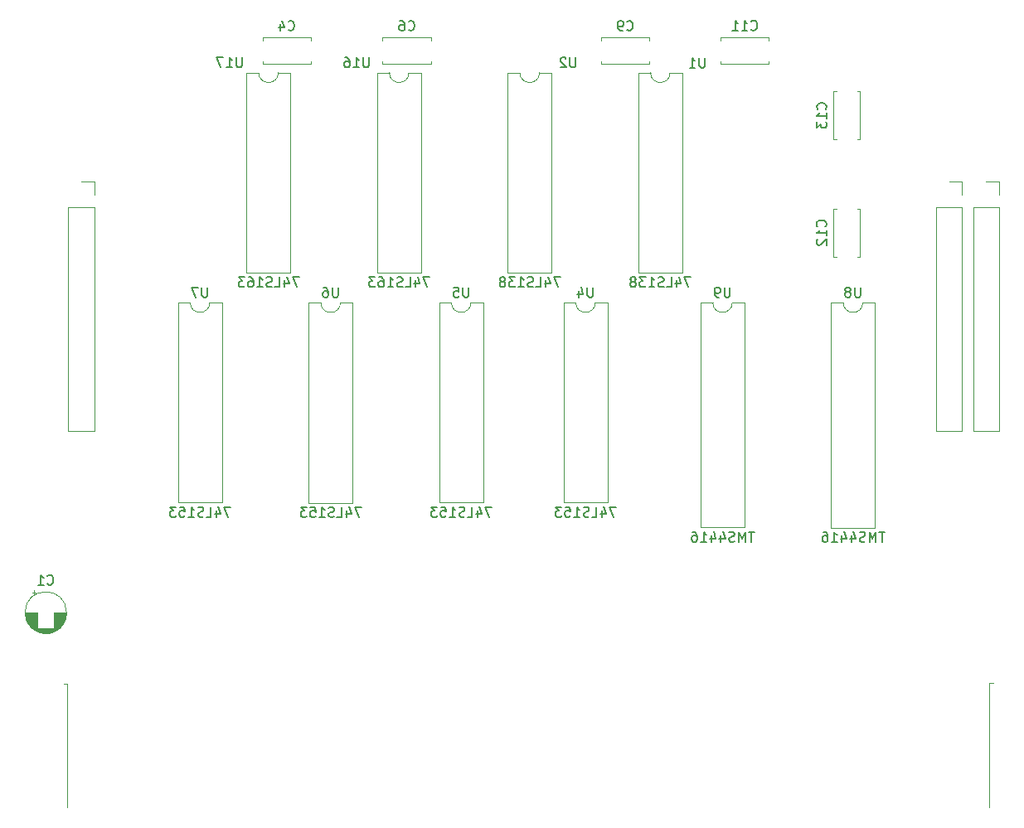
<source format=gbr>
%TF.GenerationSoftware,KiCad,Pcbnew,(6.0.7-1)-1*%
%TF.CreationDate,2022-10-12T18:13:29+11:00*%
%TF.ProjectId,CAT emulator,43415420-656d-4756-9c61-746f722e6b69,rev?*%
%TF.SameCoordinates,Original*%
%TF.FileFunction,Legend,Bot*%
%TF.FilePolarity,Positive*%
%FSLAX46Y46*%
G04 Gerber Fmt 4.6, Leading zero omitted, Abs format (unit mm)*
G04 Created by KiCad (PCBNEW (6.0.7-1)-1) date 2022-10-12 18:13:29*
%MOMM*%
%LPD*%
G01*
G04 APERTURE LIST*
%ADD10C,0.150000*%
%ADD11C,0.120000*%
G04 APERTURE END LIST*
D10*
%TO.C,U5*%
X202691904Y-76497380D02*
X202691904Y-77306904D01*
X202644285Y-77402142D01*
X202596666Y-77449761D01*
X202501428Y-77497380D01*
X202310952Y-77497380D01*
X202215714Y-77449761D01*
X202168095Y-77402142D01*
X202120476Y-77306904D01*
X202120476Y-76497380D01*
X201168095Y-76497380D02*
X201644285Y-76497380D01*
X201691904Y-76973571D01*
X201644285Y-76925952D01*
X201549047Y-76878333D01*
X201310952Y-76878333D01*
X201215714Y-76925952D01*
X201168095Y-76973571D01*
X201120476Y-77068809D01*
X201120476Y-77306904D01*
X201168095Y-77402142D01*
X201215714Y-77449761D01*
X201310952Y-77497380D01*
X201549047Y-77497380D01*
X201644285Y-77449761D01*
X201691904Y-77402142D01*
X205049047Y-98937380D02*
X204382380Y-98937380D01*
X204810952Y-99937380D01*
X203572857Y-99270714D02*
X203572857Y-99937380D01*
X203810952Y-98889761D02*
X204049047Y-99604047D01*
X203430000Y-99604047D01*
X202572857Y-99937380D02*
X203049047Y-99937380D01*
X203049047Y-98937380D01*
X202287142Y-99889761D02*
X202144285Y-99937380D01*
X201906190Y-99937380D01*
X201810952Y-99889761D01*
X201763333Y-99842142D01*
X201715714Y-99746904D01*
X201715714Y-99651666D01*
X201763333Y-99556428D01*
X201810952Y-99508809D01*
X201906190Y-99461190D01*
X202096666Y-99413571D01*
X202191904Y-99365952D01*
X202239523Y-99318333D01*
X202287142Y-99223095D01*
X202287142Y-99127857D01*
X202239523Y-99032619D01*
X202191904Y-98985000D01*
X202096666Y-98937380D01*
X201858571Y-98937380D01*
X201715714Y-98985000D01*
X200763333Y-99937380D02*
X201334761Y-99937380D01*
X201049047Y-99937380D02*
X201049047Y-98937380D01*
X201144285Y-99080238D01*
X201239523Y-99175476D01*
X201334761Y-99223095D01*
X199858571Y-98937380D02*
X200334761Y-98937380D01*
X200382380Y-99413571D01*
X200334761Y-99365952D01*
X200239523Y-99318333D01*
X200001428Y-99318333D01*
X199906190Y-99365952D01*
X199858571Y-99413571D01*
X199810952Y-99508809D01*
X199810952Y-99746904D01*
X199858571Y-99842142D01*
X199906190Y-99889761D01*
X200001428Y-99937380D01*
X200239523Y-99937380D01*
X200334761Y-99889761D01*
X200382380Y-99842142D01*
X199477619Y-98937380D02*
X198858571Y-98937380D01*
X199191904Y-99318333D01*
X199049047Y-99318333D01*
X198953809Y-99365952D01*
X198906190Y-99413571D01*
X198858571Y-99508809D01*
X198858571Y-99746904D01*
X198906190Y-99842142D01*
X198953809Y-99889761D01*
X199049047Y-99937380D01*
X199334761Y-99937380D01*
X199430000Y-99889761D01*
X199477619Y-99842142D01*
%TO.C,U16*%
X192500095Y-53017380D02*
X192500095Y-53826904D01*
X192452476Y-53922142D01*
X192404857Y-53969761D01*
X192309619Y-54017380D01*
X192119142Y-54017380D01*
X192023904Y-53969761D01*
X191976285Y-53922142D01*
X191928666Y-53826904D01*
X191928666Y-53017380D01*
X190928666Y-54017380D02*
X191500095Y-54017380D01*
X191214380Y-54017380D02*
X191214380Y-53017380D01*
X191309619Y-53160238D01*
X191404857Y-53255476D01*
X191500095Y-53303095D01*
X190071523Y-53017380D02*
X190262000Y-53017380D01*
X190357238Y-53065000D01*
X190404857Y-53112619D01*
X190500095Y-53255476D01*
X190547714Y-53445952D01*
X190547714Y-53826904D01*
X190500095Y-53922142D01*
X190452476Y-53969761D01*
X190357238Y-54017380D01*
X190166761Y-54017380D01*
X190071523Y-53969761D01*
X190023904Y-53922142D01*
X189976285Y-53826904D01*
X189976285Y-53588809D01*
X190023904Y-53493571D01*
X190071523Y-53445952D01*
X190166761Y-53398333D01*
X190357238Y-53398333D01*
X190452476Y-53445952D01*
X190500095Y-53493571D01*
X190547714Y-53588809D01*
X198714047Y-75457380D02*
X198047380Y-75457380D01*
X198475952Y-76457380D01*
X197237857Y-75790714D02*
X197237857Y-76457380D01*
X197475952Y-75409761D02*
X197714047Y-76124047D01*
X197095000Y-76124047D01*
X196237857Y-76457380D02*
X196714047Y-76457380D01*
X196714047Y-75457380D01*
X195952142Y-76409761D02*
X195809285Y-76457380D01*
X195571190Y-76457380D01*
X195475952Y-76409761D01*
X195428333Y-76362142D01*
X195380714Y-76266904D01*
X195380714Y-76171666D01*
X195428333Y-76076428D01*
X195475952Y-76028809D01*
X195571190Y-75981190D01*
X195761666Y-75933571D01*
X195856904Y-75885952D01*
X195904523Y-75838333D01*
X195952142Y-75743095D01*
X195952142Y-75647857D01*
X195904523Y-75552619D01*
X195856904Y-75505000D01*
X195761666Y-75457380D01*
X195523571Y-75457380D01*
X195380714Y-75505000D01*
X194428333Y-76457380D02*
X194999761Y-76457380D01*
X194714047Y-76457380D02*
X194714047Y-75457380D01*
X194809285Y-75600238D01*
X194904523Y-75695476D01*
X194999761Y-75743095D01*
X193571190Y-75457380D02*
X193761666Y-75457380D01*
X193856904Y-75505000D01*
X193904523Y-75552619D01*
X193999761Y-75695476D01*
X194047380Y-75885952D01*
X194047380Y-76266904D01*
X193999761Y-76362142D01*
X193952142Y-76409761D01*
X193856904Y-76457380D01*
X193666428Y-76457380D01*
X193571190Y-76409761D01*
X193523571Y-76362142D01*
X193475952Y-76266904D01*
X193475952Y-76028809D01*
X193523571Y-75933571D01*
X193571190Y-75885952D01*
X193666428Y-75838333D01*
X193856904Y-75838333D01*
X193952142Y-75885952D01*
X193999761Y-75933571D01*
X194047380Y-76028809D01*
X193142619Y-75457380D02*
X192523571Y-75457380D01*
X192856904Y-75838333D01*
X192714047Y-75838333D01*
X192618809Y-75885952D01*
X192571190Y-75933571D01*
X192523571Y-76028809D01*
X192523571Y-76266904D01*
X192571190Y-76362142D01*
X192618809Y-76409761D01*
X192714047Y-76457380D01*
X192999761Y-76457380D01*
X193095000Y-76409761D01*
X193142619Y-76362142D01*
%TO.C,C4*%
X184276666Y-50181142D02*
X184324285Y-50228761D01*
X184467142Y-50276380D01*
X184562380Y-50276380D01*
X184705238Y-50228761D01*
X184800476Y-50133523D01*
X184848095Y-50038285D01*
X184895714Y-49847809D01*
X184895714Y-49704952D01*
X184848095Y-49514476D01*
X184800476Y-49419238D01*
X184705238Y-49324000D01*
X184562380Y-49276380D01*
X184467142Y-49276380D01*
X184324285Y-49324000D01*
X184276666Y-49371619D01*
X183419523Y-49609714D02*
X183419523Y-50276380D01*
X183657619Y-49228761D02*
X183895714Y-49943047D01*
X183276666Y-49943047D01*
%TO.C,U9*%
X229376904Y-76497380D02*
X229376904Y-77306904D01*
X229329285Y-77402142D01*
X229281666Y-77449761D01*
X229186428Y-77497380D01*
X228995952Y-77497380D01*
X228900714Y-77449761D01*
X228853095Y-77402142D01*
X228805476Y-77306904D01*
X228805476Y-76497380D01*
X228281666Y-77497380D02*
X228091190Y-77497380D01*
X227995952Y-77449761D01*
X227948333Y-77402142D01*
X227853095Y-77259285D01*
X227805476Y-77068809D01*
X227805476Y-76687857D01*
X227853095Y-76592619D01*
X227900714Y-76545000D01*
X227995952Y-76497380D01*
X228186428Y-76497380D01*
X228281666Y-76545000D01*
X228329285Y-76592619D01*
X228376904Y-76687857D01*
X228376904Y-76925952D01*
X228329285Y-77021190D01*
X228281666Y-77068809D01*
X228186428Y-77116428D01*
X227995952Y-77116428D01*
X227900714Y-77068809D01*
X227853095Y-77021190D01*
X227805476Y-76925952D01*
X231853095Y-101477380D02*
X231281666Y-101477380D01*
X231567380Y-102477380D02*
X231567380Y-101477380D01*
X230948333Y-102477380D02*
X230948333Y-101477380D01*
X230615000Y-102191666D01*
X230281666Y-101477380D01*
X230281666Y-102477380D01*
X229853095Y-102429761D02*
X229710238Y-102477380D01*
X229472142Y-102477380D01*
X229376904Y-102429761D01*
X229329285Y-102382142D01*
X229281666Y-102286904D01*
X229281666Y-102191666D01*
X229329285Y-102096428D01*
X229376904Y-102048809D01*
X229472142Y-102001190D01*
X229662619Y-101953571D01*
X229757857Y-101905952D01*
X229805476Y-101858333D01*
X229853095Y-101763095D01*
X229853095Y-101667857D01*
X229805476Y-101572619D01*
X229757857Y-101525000D01*
X229662619Y-101477380D01*
X229424523Y-101477380D01*
X229281666Y-101525000D01*
X228424523Y-101810714D02*
X228424523Y-102477380D01*
X228662619Y-101429761D02*
X228900714Y-102144047D01*
X228281666Y-102144047D01*
X227472142Y-101810714D02*
X227472142Y-102477380D01*
X227710238Y-101429761D02*
X227948333Y-102144047D01*
X227329285Y-102144047D01*
X226424523Y-102477380D02*
X226995952Y-102477380D01*
X226710238Y-102477380D02*
X226710238Y-101477380D01*
X226805476Y-101620238D01*
X226900714Y-101715476D01*
X226995952Y-101763095D01*
X225567380Y-101477380D02*
X225757857Y-101477380D01*
X225853095Y-101525000D01*
X225900714Y-101572619D01*
X225995952Y-101715476D01*
X226043571Y-101905952D01*
X226043571Y-102286904D01*
X225995952Y-102382142D01*
X225948333Y-102429761D01*
X225853095Y-102477380D01*
X225662619Y-102477380D01*
X225567380Y-102429761D01*
X225519761Y-102382142D01*
X225472142Y-102286904D01*
X225472142Y-102048809D01*
X225519761Y-101953571D01*
X225567380Y-101905952D01*
X225662619Y-101858333D01*
X225853095Y-101858333D01*
X225948333Y-101905952D01*
X225995952Y-101953571D01*
X226043571Y-102048809D01*
%TO.C,C13*%
X239157142Y-58285142D02*
X239204761Y-58237523D01*
X239252380Y-58094666D01*
X239252380Y-57999428D01*
X239204761Y-57856571D01*
X239109523Y-57761333D01*
X239014285Y-57713714D01*
X238823809Y-57666095D01*
X238680952Y-57666095D01*
X238490476Y-57713714D01*
X238395238Y-57761333D01*
X238300000Y-57856571D01*
X238252380Y-57999428D01*
X238252380Y-58094666D01*
X238300000Y-58237523D01*
X238347619Y-58285142D01*
X239252380Y-59237523D02*
X239252380Y-58666095D01*
X239252380Y-58951809D02*
X238252380Y-58951809D01*
X238395238Y-58856571D01*
X238490476Y-58761333D01*
X238538095Y-58666095D01*
X238252380Y-59570857D02*
X238252380Y-60189904D01*
X238633333Y-59856571D01*
X238633333Y-59999428D01*
X238680952Y-60094666D01*
X238728571Y-60142285D01*
X238823809Y-60189904D01*
X239061904Y-60189904D01*
X239157142Y-60142285D01*
X239204761Y-60094666D01*
X239252380Y-59999428D01*
X239252380Y-59713714D01*
X239204761Y-59618476D01*
X239157142Y-59570857D01*
%TO.C,U1*%
X226821904Y-53046380D02*
X226821904Y-53855904D01*
X226774285Y-53951142D01*
X226726666Y-53998761D01*
X226631428Y-54046380D01*
X226440952Y-54046380D01*
X226345714Y-53998761D01*
X226298095Y-53951142D01*
X226250476Y-53855904D01*
X226250476Y-53046380D01*
X225250476Y-54046380D02*
X225821904Y-54046380D01*
X225536190Y-54046380D02*
X225536190Y-53046380D01*
X225631428Y-53189238D01*
X225726666Y-53284476D01*
X225821904Y-53332095D01*
X225384047Y-75457380D02*
X224717380Y-75457380D01*
X225145952Y-76457380D01*
X223907857Y-75790714D02*
X223907857Y-76457380D01*
X224145952Y-75409761D02*
X224384047Y-76124047D01*
X223765000Y-76124047D01*
X222907857Y-76457380D02*
X223384047Y-76457380D01*
X223384047Y-75457380D01*
X222622142Y-76409761D02*
X222479285Y-76457380D01*
X222241190Y-76457380D01*
X222145952Y-76409761D01*
X222098333Y-76362142D01*
X222050714Y-76266904D01*
X222050714Y-76171666D01*
X222098333Y-76076428D01*
X222145952Y-76028809D01*
X222241190Y-75981190D01*
X222431666Y-75933571D01*
X222526904Y-75885952D01*
X222574523Y-75838333D01*
X222622142Y-75743095D01*
X222622142Y-75647857D01*
X222574523Y-75552619D01*
X222526904Y-75505000D01*
X222431666Y-75457380D01*
X222193571Y-75457380D01*
X222050714Y-75505000D01*
X221098333Y-76457380D02*
X221669761Y-76457380D01*
X221384047Y-76457380D02*
X221384047Y-75457380D01*
X221479285Y-75600238D01*
X221574523Y-75695476D01*
X221669761Y-75743095D01*
X220765000Y-75457380D02*
X220145952Y-75457380D01*
X220479285Y-75838333D01*
X220336428Y-75838333D01*
X220241190Y-75885952D01*
X220193571Y-75933571D01*
X220145952Y-76028809D01*
X220145952Y-76266904D01*
X220193571Y-76362142D01*
X220241190Y-76409761D01*
X220336428Y-76457380D01*
X220622142Y-76457380D01*
X220717380Y-76409761D01*
X220765000Y-76362142D01*
X219574523Y-75885952D02*
X219669761Y-75838333D01*
X219717380Y-75790714D01*
X219765000Y-75695476D01*
X219765000Y-75647857D01*
X219717380Y-75552619D01*
X219669761Y-75505000D01*
X219574523Y-75457380D01*
X219384047Y-75457380D01*
X219288809Y-75505000D01*
X219241190Y-75552619D01*
X219193571Y-75647857D01*
X219193571Y-75695476D01*
X219241190Y-75790714D01*
X219288809Y-75838333D01*
X219384047Y-75885952D01*
X219574523Y-75885952D01*
X219669761Y-75933571D01*
X219717380Y-75981190D01*
X219765000Y-76076428D01*
X219765000Y-76266904D01*
X219717380Y-76362142D01*
X219669761Y-76409761D01*
X219574523Y-76457380D01*
X219384047Y-76457380D01*
X219288809Y-76409761D01*
X219241190Y-76362142D01*
X219193571Y-76266904D01*
X219193571Y-76076428D01*
X219241190Y-75981190D01*
X219288809Y-75933571D01*
X219384047Y-75885952D01*
%TO.C,C9*%
X218860666Y-50167142D02*
X218908285Y-50214761D01*
X219051142Y-50262380D01*
X219146380Y-50262380D01*
X219289238Y-50214761D01*
X219384476Y-50119523D01*
X219432095Y-50024285D01*
X219479714Y-49833809D01*
X219479714Y-49690952D01*
X219432095Y-49500476D01*
X219384476Y-49405238D01*
X219289238Y-49310000D01*
X219146380Y-49262380D01*
X219051142Y-49262380D01*
X218908285Y-49310000D01*
X218860666Y-49357619D01*
X218384476Y-50262380D02*
X218194000Y-50262380D01*
X218098761Y-50214761D01*
X218051142Y-50167142D01*
X217955904Y-50024285D01*
X217908285Y-49833809D01*
X217908285Y-49452857D01*
X217955904Y-49357619D01*
X218003523Y-49310000D01*
X218098761Y-49262380D01*
X218289238Y-49262380D01*
X218384476Y-49310000D01*
X218432095Y-49357619D01*
X218479714Y-49452857D01*
X218479714Y-49690952D01*
X218432095Y-49786190D01*
X218384476Y-49833809D01*
X218289238Y-49881428D01*
X218098761Y-49881428D01*
X218003523Y-49833809D01*
X217955904Y-49786190D01*
X217908285Y-49690952D01*
%TO.C,U17*%
X179546095Y-53017380D02*
X179546095Y-53826904D01*
X179498476Y-53922142D01*
X179450857Y-53969761D01*
X179355619Y-54017380D01*
X179165142Y-54017380D01*
X179069904Y-53969761D01*
X179022285Y-53922142D01*
X178974666Y-53826904D01*
X178974666Y-53017380D01*
X177974666Y-54017380D02*
X178546095Y-54017380D01*
X178260380Y-54017380D02*
X178260380Y-53017380D01*
X178355619Y-53160238D01*
X178450857Y-53255476D01*
X178546095Y-53303095D01*
X177641333Y-53017380D02*
X176974666Y-53017380D01*
X177403238Y-54017380D01*
X185379047Y-75457380D02*
X184712380Y-75457380D01*
X185140952Y-76457380D01*
X183902857Y-75790714D02*
X183902857Y-76457380D01*
X184140952Y-75409761D02*
X184379047Y-76124047D01*
X183760000Y-76124047D01*
X182902857Y-76457380D02*
X183379047Y-76457380D01*
X183379047Y-75457380D01*
X182617142Y-76409761D02*
X182474285Y-76457380D01*
X182236190Y-76457380D01*
X182140952Y-76409761D01*
X182093333Y-76362142D01*
X182045714Y-76266904D01*
X182045714Y-76171666D01*
X182093333Y-76076428D01*
X182140952Y-76028809D01*
X182236190Y-75981190D01*
X182426666Y-75933571D01*
X182521904Y-75885952D01*
X182569523Y-75838333D01*
X182617142Y-75743095D01*
X182617142Y-75647857D01*
X182569523Y-75552619D01*
X182521904Y-75505000D01*
X182426666Y-75457380D01*
X182188571Y-75457380D01*
X182045714Y-75505000D01*
X181093333Y-76457380D02*
X181664761Y-76457380D01*
X181379047Y-76457380D02*
X181379047Y-75457380D01*
X181474285Y-75600238D01*
X181569523Y-75695476D01*
X181664761Y-75743095D01*
X180236190Y-75457380D02*
X180426666Y-75457380D01*
X180521904Y-75505000D01*
X180569523Y-75552619D01*
X180664761Y-75695476D01*
X180712380Y-75885952D01*
X180712380Y-76266904D01*
X180664761Y-76362142D01*
X180617142Y-76409761D01*
X180521904Y-76457380D01*
X180331428Y-76457380D01*
X180236190Y-76409761D01*
X180188571Y-76362142D01*
X180140952Y-76266904D01*
X180140952Y-76028809D01*
X180188571Y-75933571D01*
X180236190Y-75885952D01*
X180331428Y-75838333D01*
X180521904Y-75838333D01*
X180617142Y-75885952D01*
X180664761Y-75933571D01*
X180712380Y-76028809D01*
X179807619Y-75457380D02*
X179188571Y-75457380D01*
X179521904Y-75838333D01*
X179379047Y-75838333D01*
X179283809Y-75885952D01*
X179236190Y-75933571D01*
X179188571Y-76028809D01*
X179188571Y-76266904D01*
X179236190Y-76362142D01*
X179283809Y-76409761D01*
X179379047Y-76457380D01*
X179664761Y-76457380D01*
X179760000Y-76409761D01*
X179807619Y-76362142D01*
%TO.C,U8*%
X242711904Y-76507380D02*
X242711904Y-77316904D01*
X242664285Y-77412142D01*
X242616666Y-77459761D01*
X242521428Y-77507380D01*
X242330952Y-77507380D01*
X242235714Y-77459761D01*
X242188095Y-77412142D01*
X242140476Y-77316904D01*
X242140476Y-76507380D01*
X241521428Y-76935952D02*
X241616666Y-76888333D01*
X241664285Y-76840714D01*
X241711904Y-76745476D01*
X241711904Y-76697857D01*
X241664285Y-76602619D01*
X241616666Y-76555000D01*
X241521428Y-76507380D01*
X241330952Y-76507380D01*
X241235714Y-76555000D01*
X241188095Y-76602619D01*
X241140476Y-76697857D01*
X241140476Y-76745476D01*
X241188095Y-76840714D01*
X241235714Y-76888333D01*
X241330952Y-76935952D01*
X241521428Y-76935952D01*
X241616666Y-76983571D01*
X241664285Y-77031190D01*
X241711904Y-77126428D01*
X241711904Y-77316904D01*
X241664285Y-77412142D01*
X241616666Y-77459761D01*
X241521428Y-77507380D01*
X241330952Y-77507380D01*
X241235714Y-77459761D01*
X241188095Y-77412142D01*
X241140476Y-77316904D01*
X241140476Y-77126428D01*
X241188095Y-77031190D01*
X241235714Y-76983571D01*
X241330952Y-76935952D01*
X245188095Y-101487380D02*
X244616666Y-101487380D01*
X244902380Y-102487380D02*
X244902380Y-101487380D01*
X244283333Y-102487380D02*
X244283333Y-101487380D01*
X243950000Y-102201666D01*
X243616666Y-101487380D01*
X243616666Y-102487380D01*
X243188095Y-102439761D02*
X243045238Y-102487380D01*
X242807142Y-102487380D01*
X242711904Y-102439761D01*
X242664285Y-102392142D01*
X242616666Y-102296904D01*
X242616666Y-102201666D01*
X242664285Y-102106428D01*
X242711904Y-102058809D01*
X242807142Y-102011190D01*
X242997619Y-101963571D01*
X243092857Y-101915952D01*
X243140476Y-101868333D01*
X243188095Y-101773095D01*
X243188095Y-101677857D01*
X243140476Y-101582619D01*
X243092857Y-101535000D01*
X242997619Y-101487380D01*
X242759523Y-101487380D01*
X242616666Y-101535000D01*
X241759523Y-101820714D02*
X241759523Y-102487380D01*
X241997619Y-101439761D02*
X242235714Y-102154047D01*
X241616666Y-102154047D01*
X240807142Y-101820714D02*
X240807142Y-102487380D01*
X241045238Y-101439761D02*
X241283333Y-102154047D01*
X240664285Y-102154047D01*
X239759523Y-102487380D02*
X240330952Y-102487380D01*
X240045238Y-102487380D02*
X240045238Y-101487380D01*
X240140476Y-101630238D01*
X240235714Y-101725476D01*
X240330952Y-101773095D01*
X238902380Y-101487380D02*
X239092857Y-101487380D01*
X239188095Y-101535000D01*
X239235714Y-101582619D01*
X239330952Y-101725476D01*
X239378571Y-101915952D01*
X239378571Y-102296904D01*
X239330952Y-102392142D01*
X239283333Y-102439761D01*
X239188095Y-102487380D01*
X238997619Y-102487380D01*
X238902380Y-102439761D01*
X238854761Y-102392142D01*
X238807142Y-102296904D01*
X238807142Y-102058809D01*
X238854761Y-101963571D01*
X238902380Y-101915952D01*
X238997619Y-101868333D01*
X239188095Y-101868333D01*
X239283333Y-101915952D01*
X239330952Y-101963571D01*
X239378571Y-102058809D01*
%TO.C,U7*%
X176021904Y-76497380D02*
X176021904Y-77306904D01*
X175974285Y-77402142D01*
X175926666Y-77449761D01*
X175831428Y-77497380D01*
X175640952Y-77497380D01*
X175545714Y-77449761D01*
X175498095Y-77402142D01*
X175450476Y-77306904D01*
X175450476Y-76497380D01*
X175069523Y-76497380D02*
X174402857Y-76497380D01*
X174831428Y-77497380D01*
X178379047Y-98937380D02*
X177712380Y-98937380D01*
X178140952Y-99937380D01*
X176902857Y-99270714D02*
X176902857Y-99937380D01*
X177140952Y-98889761D02*
X177379047Y-99604047D01*
X176760000Y-99604047D01*
X175902857Y-99937380D02*
X176379047Y-99937380D01*
X176379047Y-98937380D01*
X175617142Y-99889761D02*
X175474285Y-99937380D01*
X175236190Y-99937380D01*
X175140952Y-99889761D01*
X175093333Y-99842142D01*
X175045714Y-99746904D01*
X175045714Y-99651666D01*
X175093333Y-99556428D01*
X175140952Y-99508809D01*
X175236190Y-99461190D01*
X175426666Y-99413571D01*
X175521904Y-99365952D01*
X175569523Y-99318333D01*
X175617142Y-99223095D01*
X175617142Y-99127857D01*
X175569523Y-99032619D01*
X175521904Y-98985000D01*
X175426666Y-98937380D01*
X175188571Y-98937380D01*
X175045714Y-98985000D01*
X174093333Y-99937380D02*
X174664761Y-99937380D01*
X174379047Y-99937380D02*
X174379047Y-98937380D01*
X174474285Y-99080238D01*
X174569523Y-99175476D01*
X174664761Y-99223095D01*
X173188571Y-98937380D02*
X173664761Y-98937380D01*
X173712380Y-99413571D01*
X173664761Y-99365952D01*
X173569523Y-99318333D01*
X173331428Y-99318333D01*
X173236190Y-99365952D01*
X173188571Y-99413571D01*
X173140952Y-99508809D01*
X173140952Y-99746904D01*
X173188571Y-99842142D01*
X173236190Y-99889761D01*
X173331428Y-99937380D01*
X173569523Y-99937380D01*
X173664761Y-99889761D01*
X173712380Y-99842142D01*
X172807619Y-98937380D02*
X172188571Y-98937380D01*
X172521904Y-99318333D01*
X172379047Y-99318333D01*
X172283809Y-99365952D01*
X172236190Y-99413571D01*
X172188571Y-99508809D01*
X172188571Y-99746904D01*
X172236190Y-99842142D01*
X172283809Y-99889761D01*
X172379047Y-99937380D01*
X172664761Y-99937380D01*
X172760000Y-99889761D01*
X172807619Y-99842142D01*
%TO.C,U6*%
X189371904Y-76512380D02*
X189371904Y-77321904D01*
X189324285Y-77417142D01*
X189276666Y-77464761D01*
X189181428Y-77512380D01*
X188990952Y-77512380D01*
X188895714Y-77464761D01*
X188848095Y-77417142D01*
X188800476Y-77321904D01*
X188800476Y-76512380D01*
X187895714Y-76512380D02*
X188086190Y-76512380D01*
X188181428Y-76560000D01*
X188229047Y-76607619D01*
X188324285Y-76750476D01*
X188371904Y-76940952D01*
X188371904Y-77321904D01*
X188324285Y-77417142D01*
X188276666Y-77464761D01*
X188181428Y-77512380D01*
X187990952Y-77512380D01*
X187895714Y-77464761D01*
X187848095Y-77417142D01*
X187800476Y-77321904D01*
X187800476Y-77083809D01*
X187848095Y-76988571D01*
X187895714Y-76940952D01*
X187990952Y-76893333D01*
X188181428Y-76893333D01*
X188276666Y-76940952D01*
X188324285Y-76988571D01*
X188371904Y-77083809D01*
X191729047Y-98952380D02*
X191062380Y-98952380D01*
X191490952Y-99952380D01*
X190252857Y-99285714D02*
X190252857Y-99952380D01*
X190490952Y-98904761D02*
X190729047Y-99619047D01*
X190110000Y-99619047D01*
X189252857Y-99952380D02*
X189729047Y-99952380D01*
X189729047Y-98952380D01*
X188967142Y-99904761D02*
X188824285Y-99952380D01*
X188586190Y-99952380D01*
X188490952Y-99904761D01*
X188443333Y-99857142D01*
X188395714Y-99761904D01*
X188395714Y-99666666D01*
X188443333Y-99571428D01*
X188490952Y-99523809D01*
X188586190Y-99476190D01*
X188776666Y-99428571D01*
X188871904Y-99380952D01*
X188919523Y-99333333D01*
X188967142Y-99238095D01*
X188967142Y-99142857D01*
X188919523Y-99047619D01*
X188871904Y-99000000D01*
X188776666Y-98952380D01*
X188538571Y-98952380D01*
X188395714Y-99000000D01*
X187443333Y-99952380D02*
X188014761Y-99952380D01*
X187729047Y-99952380D02*
X187729047Y-98952380D01*
X187824285Y-99095238D01*
X187919523Y-99190476D01*
X188014761Y-99238095D01*
X186538571Y-98952380D02*
X187014761Y-98952380D01*
X187062380Y-99428571D01*
X187014761Y-99380952D01*
X186919523Y-99333333D01*
X186681428Y-99333333D01*
X186586190Y-99380952D01*
X186538571Y-99428571D01*
X186490952Y-99523809D01*
X186490952Y-99761904D01*
X186538571Y-99857142D01*
X186586190Y-99904761D01*
X186681428Y-99952380D01*
X186919523Y-99952380D01*
X187014761Y-99904761D01*
X187062380Y-99857142D01*
X186157619Y-98952380D02*
X185538571Y-98952380D01*
X185871904Y-99333333D01*
X185729047Y-99333333D01*
X185633809Y-99380952D01*
X185586190Y-99428571D01*
X185538571Y-99523809D01*
X185538571Y-99761904D01*
X185586190Y-99857142D01*
X185633809Y-99904761D01*
X185729047Y-99952380D01*
X186014761Y-99952380D01*
X186110000Y-99904761D01*
X186157619Y-99857142D01*
%TO.C,C6*%
X196548666Y-50181142D02*
X196596285Y-50228761D01*
X196739142Y-50276380D01*
X196834380Y-50276380D01*
X196977238Y-50228761D01*
X197072476Y-50133523D01*
X197120095Y-50038285D01*
X197167714Y-49847809D01*
X197167714Y-49704952D01*
X197120095Y-49514476D01*
X197072476Y-49419238D01*
X196977238Y-49324000D01*
X196834380Y-49276380D01*
X196739142Y-49276380D01*
X196596285Y-49324000D01*
X196548666Y-49371619D01*
X195691523Y-49276380D02*
X195882000Y-49276380D01*
X195977238Y-49324000D01*
X196024857Y-49371619D01*
X196120095Y-49514476D01*
X196167714Y-49704952D01*
X196167714Y-50085904D01*
X196120095Y-50181142D01*
X196072476Y-50228761D01*
X195977238Y-50276380D01*
X195786761Y-50276380D01*
X195691523Y-50228761D01*
X195643904Y-50181142D01*
X195596285Y-50085904D01*
X195596285Y-49847809D01*
X195643904Y-49752571D01*
X195691523Y-49704952D01*
X195786761Y-49657333D01*
X195977238Y-49657333D01*
X196072476Y-49704952D01*
X196120095Y-49752571D01*
X196167714Y-49847809D01*
%TO.C,C11*%
X231528857Y-50141142D02*
X231576476Y-50188761D01*
X231719333Y-50236380D01*
X231814571Y-50236380D01*
X231957428Y-50188761D01*
X232052666Y-50093523D01*
X232100285Y-49998285D01*
X232147904Y-49807809D01*
X232147904Y-49664952D01*
X232100285Y-49474476D01*
X232052666Y-49379238D01*
X231957428Y-49284000D01*
X231814571Y-49236380D01*
X231719333Y-49236380D01*
X231576476Y-49284000D01*
X231528857Y-49331619D01*
X230576476Y-50236380D02*
X231147904Y-50236380D01*
X230862190Y-50236380D02*
X230862190Y-49236380D01*
X230957428Y-49379238D01*
X231052666Y-49474476D01*
X231147904Y-49522095D01*
X229624095Y-50236380D02*
X230195523Y-50236380D01*
X229909809Y-50236380D02*
X229909809Y-49236380D01*
X230005047Y-49379238D01*
X230100285Y-49474476D01*
X230195523Y-49522095D01*
%TO.C,C12*%
X239117142Y-70263142D02*
X239164761Y-70215523D01*
X239212380Y-70072666D01*
X239212380Y-69977428D01*
X239164761Y-69834571D01*
X239069523Y-69739333D01*
X238974285Y-69691714D01*
X238783809Y-69644095D01*
X238640952Y-69644095D01*
X238450476Y-69691714D01*
X238355238Y-69739333D01*
X238260000Y-69834571D01*
X238212380Y-69977428D01*
X238212380Y-70072666D01*
X238260000Y-70215523D01*
X238307619Y-70263142D01*
X239212380Y-71215523D02*
X239212380Y-70644095D01*
X239212380Y-70929809D02*
X238212380Y-70929809D01*
X238355238Y-70834571D01*
X238450476Y-70739333D01*
X238498095Y-70644095D01*
X238307619Y-71596476D02*
X238260000Y-71644095D01*
X238212380Y-71739333D01*
X238212380Y-71977428D01*
X238260000Y-72072666D01*
X238307619Y-72120285D01*
X238402857Y-72167904D01*
X238498095Y-72167904D01*
X238640952Y-72120285D01*
X239212380Y-71548857D01*
X239212380Y-72167904D01*
%TO.C,U4*%
X215391904Y-76497380D02*
X215391904Y-77306904D01*
X215344285Y-77402142D01*
X215296666Y-77449761D01*
X215201428Y-77497380D01*
X215010952Y-77497380D01*
X214915714Y-77449761D01*
X214868095Y-77402142D01*
X214820476Y-77306904D01*
X214820476Y-76497380D01*
X213915714Y-76830714D02*
X213915714Y-77497380D01*
X214153809Y-76449761D02*
X214391904Y-77164047D01*
X213772857Y-77164047D01*
X217749047Y-98937380D02*
X217082380Y-98937380D01*
X217510952Y-99937380D01*
X216272857Y-99270714D02*
X216272857Y-99937380D01*
X216510952Y-98889761D02*
X216749047Y-99604047D01*
X216130000Y-99604047D01*
X215272857Y-99937380D02*
X215749047Y-99937380D01*
X215749047Y-98937380D01*
X214987142Y-99889761D02*
X214844285Y-99937380D01*
X214606190Y-99937380D01*
X214510952Y-99889761D01*
X214463333Y-99842142D01*
X214415714Y-99746904D01*
X214415714Y-99651666D01*
X214463333Y-99556428D01*
X214510952Y-99508809D01*
X214606190Y-99461190D01*
X214796666Y-99413571D01*
X214891904Y-99365952D01*
X214939523Y-99318333D01*
X214987142Y-99223095D01*
X214987142Y-99127857D01*
X214939523Y-99032619D01*
X214891904Y-98985000D01*
X214796666Y-98937380D01*
X214558571Y-98937380D01*
X214415714Y-98985000D01*
X213463333Y-99937380D02*
X214034761Y-99937380D01*
X213749047Y-99937380D02*
X213749047Y-98937380D01*
X213844285Y-99080238D01*
X213939523Y-99175476D01*
X214034761Y-99223095D01*
X212558571Y-98937380D02*
X213034761Y-98937380D01*
X213082380Y-99413571D01*
X213034761Y-99365952D01*
X212939523Y-99318333D01*
X212701428Y-99318333D01*
X212606190Y-99365952D01*
X212558571Y-99413571D01*
X212510952Y-99508809D01*
X212510952Y-99746904D01*
X212558571Y-99842142D01*
X212606190Y-99889761D01*
X212701428Y-99937380D01*
X212939523Y-99937380D01*
X213034761Y-99889761D01*
X213082380Y-99842142D01*
X212177619Y-98937380D02*
X211558571Y-98937380D01*
X211891904Y-99318333D01*
X211749047Y-99318333D01*
X211653809Y-99365952D01*
X211606190Y-99413571D01*
X211558571Y-99508809D01*
X211558571Y-99746904D01*
X211606190Y-99842142D01*
X211653809Y-99889761D01*
X211749047Y-99937380D01*
X212034761Y-99937380D01*
X212130000Y-99889761D01*
X212177619Y-99842142D01*
%TO.C,C1*%
X159678666Y-106783142D02*
X159726285Y-106830761D01*
X159869142Y-106878380D01*
X159964380Y-106878380D01*
X160107238Y-106830761D01*
X160202476Y-106735523D01*
X160250095Y-106640285D01*
X160297714Y-106449809D01*
X160297714Y-106306952D01*
X160250095Y-106116476D01*
X160202476Y-106021238D01*
X160107238Y-105926000D01*
X159964380Y-105878380D01*
X159869142Y-105878380D01*
X159726285Y-105926000D01*
X159678666Y-105973619D01*
X158726285Y-106878380D02*
X159297714Y-106878380D01*
X159012000Y-106878380D02*
X159012000Y-105878380D01*
X159107238Y-106021238D01*
X159202476Y-106116476D01*
X159297714Y-106164095D01*
%TO.C,U2*%
X213613904Y-53017380D02*
X213613904Y-53826904D01*
X213566285Y-53922142D01*
X213518666Y-53969761D01*
X213423428Y-54017380D01*
X213232952Y-54017380D01*
X213137714Y-53969761D01*
X213090095Y-53922142D01*
X213042476Y-53826904D01*
X213042476Y-53017380D01*
X212613904Y-53112619D02*
X212566285Y-53065000D01*
X212471047Y-53017380D01*
X212232952Y-53017380D01*
X212137714Y-53065000D01*
X212090095Y-53112619D01*
X212042476Y-53207857D01*
X212042476Y-53303095D01*
X212090095Y-53445952D01*
X212661523Y-54017380D01*
X212042476Y-54017380D01*
X212049047Y-75457380D02*
X211382380Y-75457380D01*
X211810952Y-76457380D01*
X210572857Y-75790714D02*
X210572857Y-76457380D01*
X210810952Y-75409761D02*
X211049047Y-76124047D01*
X210430000Y-76124047D01*
X209572857Y-76457380D02*
X210049047Y-76457380D01*
X210049047Y-75457380D01*
X209287142Y-76409761D02*
X209144285Y-76457380D01*
X208906190Y-76457380D01*
X208810952Y-76409761D01*
X208763333Y-76362142D01*
X208715714Y-76266904D01*
X208715714Y-76171666D01*
X208763333Y-76076428D01*
X208810952Y-76028809D01*
X208906190Y-75981190D01*
X209096666Y-75933571D01*
X209191904Y-75885952D01*
X209239523Y-75838333D01*
X209287142Y-75743095D01*
X209287142Y-75647857D01*
X209239523Y-75552619D01*
X209191904Y-75505000D01*
X209096666Y-75457380D01*
X208858571Y-75457380D01*
X208715714Y-75505000D01*
X207763333Y-76457380D02*
X208334761Y-76457380D01*
X208049047Y-76457380D02*
X208049047Y-75457380D01*
X208144285Y-75600238D01*
X208239523Y-75695476D01*
X208334761Y-75743095D01*
X207430000Y-75457380D02*
X206810952Y-75457380D01*
X207144285Y-75838333D01*
X207001428Y-75838333D01*
X206906190Y-75885952D01*
X206858571Y-75933571D01*
X206810952Y-76028809D01*
X206810952Y-76266904D01*
X206858571Y-76362142D01*
X206906190Y-76409761D01*
X207001428Y-76457380D01*
X207287142Y-76457380D01*
X207382380Y-76409761D01*
X207430000Y-76362142D01*
X206239523Y-75885952D02*
X206334761Y-75838333D01*
X206382380Y-75790714D01*
X206430000Y-75695476D01*
X206430000Y-75647857D01*
X206382380Y-75552619D01*
X206334761Y-75505000D01*
X206239523Y-75457380D01*
X206049047Y-75457380D01*
X205953809Y-75505000D01*
X205906190Y-75552619D01*
X205858571Y-75647857D01*
X205858571Y-75695476D01*
X205906190Y-75790714D01*
X205953809Y-75838333D01*
X206049047Y-75885952D01*
X206239523Y-75885952D01*
X206334761Y-75933571D01*
X206382380Y-75981190D01*
X206430000Y-76076428D01*
X206430000Y-76266904D01*
X206382380Y-76362142D01*
X206334761Y-76409761D01*
X206239523Y-76457380D01*
X206049047Y-76457380D01*
X205953809Y-76409761D01*
X205906190Y-76362142D01*
X205858571Y-76266904D01*
X205858571Y-76076428D01*
X205906190Y-75981190D01*
X205953809Y-75933571D01*
X206049047Y-75885952D01*
D11*
%TO.C,U5*%
X202930000Y-78045000D02*
X204180000Y-78045000D01*
X204180000Y-98485000D02*
X199680000Y-98485000D01*
X199680000Y-98485000D02*
X199680000Y-78045000D01*
X199680000Y-78045000D02*
X200930000Y-78045000D01*
X204180000Y-78045000D02*
X204180000Y-98485000D01*
X200930000Y-78045000D02*
G75*
G03*
X202930000Y-78045000I1000000J0D01*
G01*
%TO.C,U16*%
X196595000Y-54565000D02*
X197845000Y-54565000D01*
X197845000Y-75005000D02*
X193345000Y-75005000D01*
X193345000Y-54565000D02*
X194595000Y-54565000D01*
X193345000Y-75005000D02*
X193345000Y-54565000D01*
X197845000Y-54565000D02*
X197845000Y-75005000D01*
X194595000Y-54565000D02*
G75*
G03*
X196595000Y-54565000I1000000J0D01*
G01*
%TO.C,C4*%
X181640000Y-53379000D02*
X181640000Y-53694000D01*
X186580000Y-53379000D02*
X186580000Y-53694000D01*
X186580000Y-50954000D02*
X186580000Y-51269000D01*
X181640000Y-50954000D02*
X181640000Y-51269000D01*
X186580000Y-50954000D02*
X181640000Y-50954000D01*
X186580000Y-53694000D02*
X181640000Y-53694000D01*
%TO.C,U9*%
X229615000Y-78045000D02*
X230865000Y-78045000D01*
X226365000Y-101025000D02*
X226365000Y-78045000D01*
X230865000Y-78045000D02*
X230865000Y-101025000D01*
X226365000Y-78045000D02*
X227615000Y-78045000D01*
X230865000Y-101025000D02*
X226365000Y-101025000D01*
X227615000Y-78045000D02*
G75*
G03*
X229615000Y-78045000I1000000J0D01*
G01*
%TO.C,C13*%
X242355000Y-61398000D02*
X242670000Y-61398000D01*
X242355000Y-56458000D02*
X242670000Y-56458000D01*
X239930000Y-56458000D02*
X239930000Y-61398000D01*
X239930000Y-56458000D02*
X240245000Y-56458000D01*
X239930000Y-61398000D02*
X240245000Y-61398000D01*
X242670000Y-56458000D02*
X242670000Y-61398000D01*
%TO.C,J2*%
X164480000Y-91190000D02*
X161820000Y-91190000D01*
X164480000Y-68270000D02*
X161820000Y-68270000D01*
X161820000Y-68270000D02*
X161820000Y-91190000D01*
X164480000Y-67000000D02*
X164480000Y-65670000D01*
X164480000Y-65670000D02*
X163150000Y-65670000D01*
X164480000Y-68270000D02*
X164480000Y-91190000D01*
%TO.C,U1*%
X223265000Y-54565000D02*
X224515000Y-54565000D01*
X220015000Y-54565000D02*
X221265000Y-54565000D01*
X220015000Y-75005000D02*
X220015000Y-54565000D01*
X224515000Y-75005000D02*
X220015000Y-75005000D01*
X224515000Y-54565000D02*
X224515000Y-75005000D01*
X221265000Y-54565000D02*
G75*
G03*
X223265000Y-54565000I1000000J0D01*
G01*
%TO.C,C9*%
X221164000Y-53680000D02*
X216224000Y-53680000D01*
X221164000Y-50940000D02*
X216224000Y-50940000D01*
X221164000Y-53365000D02*
X221164000Y-53680000D01*
X216224000Y-53365000D02*
X216224000Y-53680000D01*
X221164000Y-50940000D02*
X221164000Y-51255000D01*
X216224000Y-50940000D02*
X216224000Y-51255000D01*
%TO.C,J1*%
X255850000Y-129647500D02*
X255850000Y-116927500D01*
X255850000Y-116927500D02*
X256250000Y-116927500D01*
X161740000Y-129647500D02*
X161740000Y-116957500D01*
X161740000Y-116957500D02*
X161340000Y-116957500D01*
%TO.C,J4*%
X253080000Y-67000000D02*
X253080000Y-65670000D01*
X253080000Y-65670000D02*
X251750000Y-65670000D01*
X253080000Y-68270000D02*
X250420000Y-68270000D01*
X253080000Y-68270000D02*
X253080000Y-91190000D01*
X250420000Y-68270000D02*
X250420000Y-91190000D01*
X253080000Y-91190000D02*
X250420000Y-91190000D01*
%TO.C,U17*%
X183260000Y-54565000D02*
X184510000Y-54565000D01*
X184510000Y-54565000D02*
X184510000Y-75005000D01*
X180010000Y-54565000D02*
X181260000Y-54565000D01*
X184510000Y-75005000D02*
X180010000Y-75005000D01*
X180010000Y-75005000D02*
X180010000Y-54565000D01*
X181260000Y-54565000D02*
G75*
G03*
X183260000Y-54565000I1000000J0D01*
G01*
%TO.C,U8*%
X244200000Y-101035000D02*
X239700000Y-101035000D01*
X239700000Y-101035000D02*
X239700000Y-78055000D01*
X244200000Y-78055000D02*
X244200000Y-101035000D01*
X239700000Y-78055000D02*
X240950000Y-78055000D01*
X242950000Y-78055000D02*
X244200000Y-78055000D01*
X240950000Y-78055000D02*
G75*
G03*
X242950000Y-78055000I1000000J0D01*
G01*
%TO.C,U7*%
X176260000Y-78045000D02*
X177510000Y-78045000D01*
X173010000Y-78045000D02*
X174260000Y-78045000D01*
X177510000Y-98485000D02*
X173010000Y-98485000D01*
X177510000Y-78045000D02*
X177510000Y-98485000D01*
X173010000Y-98485000D02*
X173010000Y-78045000D01*
X174260000Y-78045000D02*
G75*
G03*
X176260000Y-78045000I1000000J0D01*
G01*
%TO.C,U6*%
X186360000Y-98500000D02*
X186360000Y-78060000D01*
X186360000Y-78060000D02*
X187610000Y-78060000D01*
X190860000Y-98500000D02*
X186360000Y-98500000D01*
X189610000Y-78060000D02*
X190860000Y-78060000D01*
X190860000Y-78060000D02*
X190860000Y-98500000D01*
X187610000Y-78060000D02*
G75*
G03*
X189610000Y-78060000I1000000J0D01*
G01*
%TO.C,C6*%
X198852000Y-50954000D02*
X198852000Y-51269000D01*
X193912000Y-50954000D02*
X193912000Y-51269000D01*
X198852000Y-50954000D02*
X193912000Y-50954000D01*
X198852000Y-53379000D02*
X198852000Y-53694000D01*
X193912000Y-53379000D02*
X193912000Y-53694000D01*
X198852000Y-53694000D02*
X193912000Y-53694000D01*
%TO.C,C11*%
X228376000Y-53694000D02*
X233316000Y-53694000D01*
X233316000Y-53694000D02*
X233316000Y-53379000D01*
X233316000Y-51269000D02*
X233316000Y-50954000D01*
X228376000Y-50954000D02*
X233316000Y-50954000D01*
X228376000Y-53694000D02*
X228376000Y-53379000D01*
X228376000Y-51269000D02*
X228376000Y-50954000D01*
%TO.C,C12*%
X242670000Y-73376000D02*
X242355000Y-73376000D01*
X242670000Y-68436000D02*
X242355000Y-68436000D01*
X240245000Y-73376000D02*
X239930000Y-73376000D01*
X242670000Y-73376000D02*
X242670000Y-68436000D01*
X239930000Y-73376000D02*
X239930000Y-68436000D01*
X240245000Y-68436000D02*
X239930000Y-68436000D01*
%TO.C,U4*%
X215630000Y-78045000D02*
X216880000Y-78045000D01*
X216880000Y-98485000D02*
X212380000Y-98485000D01*
X212380000Y-78045000D02*
X213630000Y-78045000D01*
X216880000Y-78045000D02*
X216880000Y-98485000D01*
X212380000Y-98485000D02*
X212380000Y-78045000D01*
X213630000Y-78045000D02*
G75*
G03*
X215630000Y-78045000I1000000J0D01*
G01*
%TO.C,C1*%
X160352000Y-110517000D02*
X161436000Y-110517000D01*
X160352000Y-110036000D02*
X161568000Y-110036000D01*
X157925000Y-111077000D02*
X158672000Y-111077000D01*
X157605000Y-110557000D02*
X158672000Y-110557000D01*
X157441000Y-109916000D02*
X158672000Y-109916000D01*
X160352000Y-110276000D02*
X161517000Y-110276000D01*
X157544000Y-110396000D02*
X158672000Y-110396000D01*
X157704000Y-110757000D02*
X158672000Y-110757000D01*
X157450000Y-109996000D02*
X158672000Y-109996000D01*
X160352000Y-111197000D02*
X160990000Y-111197000D01*
X160352000Y-110196000D02*
X161537000Y-110196000D01*
X157558000Y-110437000D02*
X158672000Y-110437000D01*
X160352000Y-110877000D02*
X161247000Y-110877000D01*
X160352000Y-109956000D02*
X161579000Y-109956000D01*
X160352000Y-110236000D02*
X161528000Y-110236000D01*
X158034000Y-111197000D02*
X158672000Y-111197000D01*
X160352000Y-110717000D02*
X161342000Y-110717000D01*
X160352000Y-109716000D02*
X161592000Y-109716000D01*
X160352000Y-109796000D02*
X161591000Y-109796000D01*
X160352000Y-110677000D02*
X161363000Y-110677000D01*
X158848000Y-111717000D02*
X160176000Y-111717000D01*
X160352000Y-109756000D02*
X161592000Y-109756000D01*
X158208000Y-111357000D02*
X160816000Y-111357000D01*
X160352000Y-111117000D02*
X161064000Y-111117000D01*
X157804000Y-110917000D02*
X158672000Y-110917000D01*
X160352000Y-110837000D02*
X161272000Y-110837000D01*
X157433000Y-109796000D02*
X158672000Y-109796000D01*
X160352000Y-111037000D02*
X161131000Y-111037000D01*
X157496000Y-110236000D02*
X158672000Y-110236000D01*
X160352000Y-109876000D02*
X161586000Y-109876000D01*
X159142000Y-111797000D02*
X159882000Y-111797000D01*
X157777000Y-110877000D02*
X158672000Y-110877000D01*
X158653000Y-111637000D02*
X160371000Y-111637000D01*
X157456000Y-110036000D02*
X158672000Y-110036000D01*
X158432000Y-111517000D02*
X160592000Y-111517000D01*
X158975000Y-111757000D02*
X160049000Y-111757000D01*
X157530000Y-110356000D02*
X158672000Y-110356000D01*
X158258000Y-111397000D02*
X160766000Y-111397000D01*
X157727000Y-110797000D02*
X158672000Y-110797000D01*
X160352000Y-110396000D02*
X161480000Y-110396000D01*
X157445000Y-109956000D02*
X158672000Y-109956000D01*
X158370000Y-111477000D02*
X160654000Y-111477000D01*
X158161000Y-111317000D02*
X160863000Y-111317000D01*
X157893000Y-111037000D02*
X158672000Y-111037000D01*
X160352000Y-111077000D02*
X161099000Y-111077000D01*
X157462000Y-110076000D02*
X158672000Y-110076000D01*
X160352000Y-109836000D02*
X161589000Y-109836000D01*
X160352000Y-110957000D02*
X161192000Y-110957000D01*
X160352000Y-110997000D02*
X161162000Y-110997000D01*
X157996000Y-111157000D02*
X158672000Y-111157000D01*
X160352000Y-110356000D02*
X161494000Y-110356000D01*
X157588000Y-110517000D02*
X158672000Y-110517000D01*
X157661000Y-110677000D02*
X158672000Y-110677000D01*
X160352000Y-110917000D02*
X161220000Y-110917000D01*
X158117000Y-107646199D02*
X158517000Y-107646199D01*
X157642000Y-110637000D02*
X158672000Y-110637000D01*
X157507000Y-110276000D02*
X158672000Y-110276000D01*
X160352000Y-110316000D02*
X161506000Y-110316000D01*
X160352000Y-110597000D02*
X161401000Y-110597000D01*
X158572000Y-111597000D02*
X160452000Y-111597000D01*
X160352000Y-110116000D02*
X161554000Y-110116000D01*
X157572000Y-110477000D02*
X158672000Y-110477000D01*
X160352000Y-109996000D02*
X161574000Y-109996000D01*
X157752000Y-110837000D02*
X158672000Y-110837000D01*
X160352000Y-109916000D02*
X161583000Y-109916000D01*
X157478000Y-110156000D02*
X158672000Y-110156000D01*
X157432000Y-109716000D02*
X158672000Y-109716000D01*
X160352000Y-110797000D02*
X161297000Y-110797000D01*
X160352000Y-111237000D02*
X160950000Y-111237000D01*
X160352000Y-110477000D02*
X161452000Y-110477000D01*
X160352000Y-110437000D02*
X161466000Y-110437000D01*
X160352000Y-110076000D02*
X161562000Y-110076000D01*
X157862000Y-110997000D02*
X158672000Y-110997000D01*
X160352000Y-110156000D02*
X161546000Y-110156000D01*
X158116000Y-111277000D02*
X158672000Y-111277000D01*
X160352000Y-110637000D02*
X161382000Y-110637000D01*
X157623000Y-110597000D02*
X158672000Y-110597000D01*
X157832000Y-110957000D02*
X158672000Y-110957000D01*
X157438000Y-109876000D02*
X158672000Y-109876000D01*
X157518000Y-110316000D02*
X158672000Y-110316000D01*
X158744000Y-111677000D02*
X160280000Y-111677000D01*
X157470000Y-110116000D02*
X158672000Y-110116000D01*
X157682000Y-110717000D02*
X158672000Y-110717000D01*
X160352000Y-110757000D02*
X161320000Y-110757000D01*
X157435000Y-109836000D02*
X158672000Y-109836000D01*
X160352000Y-111157000D02*
X161028000Y-111157000D01*
X158499000Y-111557000D02*
X160525000Y-111557000D01*
X158317000Y-107446199D02*
X158317000Y-107846199D01*
X160352000Y-110557000D02*
X161419000Y-110557000D01*
X158074000Y-111237000D02*
X158672000Y-111237000D01*
X157487000Y-110196000D02*
X158672000Y-110196000D01*
X160352000Y-111277000D02*
X160908000Y-111277000D01*
X157960000Y-111117000D02*
X158672000Y-111117000D01*
X158312000Y-111437000D02*
X160712000Y-111437000D01*
X157432000Y-109756000D02*
X158672000Y-109756000D01*
X161632000Y-109716000D02*
G75*
G03*
X161632000Y-109716000I-2120000J0D01*
G01*
%TO.C,J3*%
X256880000Y-65670000D02*
X255550000Y-65670000D01*
X254220000Y-68270000D02*
X254220000Y-91190000D01*
X256880000Y-67000000D02*
X256880000Y-65670000D01*
X256880000Y-91190000D02*
X254220000Y-91190000D01*
X256880000Y-68270000D02*
X254220000Y-68270000D01*
X256880000Y-68270000D02*
X256880000Y-91190000D01*
%TO.C,U2*%
X211180000Y-75005000D02*
X206680000Y-75005000D01*
X206680000Y-54565000D02*
X207930000Y-54565000D01*
X211180000Y-54565000D02*
X211180000Y-75005000D01*
X206680000Y-75005000D02*
X206680000Y-54565000D01*
X209930000Y-54565000D02*
X211180000Y-54565000D01*
X207930000Y-54565000D02*
G75*
G03*
X209930000Y-54565000I1000000J0D01*
G01*
%TD*%
M02*

</source>
